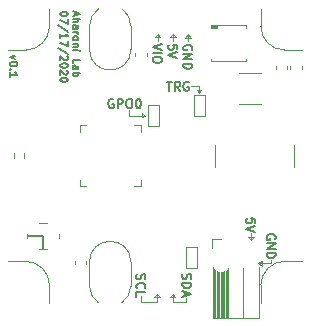
<source format=gbr>
G04 #@! TF.GenerationSoftware,KiCad,Pcbnew,(5.1.5)-3*
G04 #@! TF.CreationDate,2020-07-21T22:53:20-07:00*
G04 #@! TF.ProjectId,MiniCAM,4d696e69-4341-44d2-9e6b-696361645f70,rev?*
G04 #@! TF.SameCoordinates,Original*
G04 #@! TF.FileFunction,Legend,Top*
G04 #@! TF.FilePolarity,Positive*
%FSLAX46Y46*%
G04 Gerber Fmt 4.6, Leading zero omitted, Abs format (unit mm)*
G04 Created by KiCad (PCBNEW (5.1.5)-3) date 2020-07-21 22:53:20*
%MOMM*%
%LPD*%
G04 APERTURE LIST*
%ADD10C,0.120000*%
%ADD11C,0.152400*%
%ADD12C,0.127000*%
%ADD13C,0.100000*%
%ADD14C,0.150000*%
G04 APERTURE END LIST*
D10*
X113207800Y-34861800D02*
X113436400Y-34709400D01*
X113207800Y-34506200D02*
X113207800Y-34861800D01*
X113436400Y-34709400D02*
X113207800Y-34506200D01*
X112090200Y-34709400D02*
X113436400Y-34709400D01*
X112090200Y-34252200D02*
X112090200Y-34709400D01*
D11*
X110763231Y-33337800D02*
X110690660Y-33301514D01*
X110581802Y-33301514D01*
X110472945Y-33337800D01*
X110400374Y-33410371D01*
X110364088Y-33482942D01*
X110327802Y-33628085D01*
X110327802Y-33736942D01*
X110364088Y-33882085D01*
X110400374Y-33954657D01*
X110472945Y-34027228D01*
X110581802Y-34063514D01*
X110654374Y-34063514D01*
X110763231Y-34027228D01*
X110799517Y-33990942D01*
X110799517Y-33736942D01*
X110654374Y-33736942D01*
X111126088Y-34063514D02*
X111126088Y-33301514D01*
X111416374Y-33301514D01*
X111488945Y-33337800D01*
X111525231Y-33374085D01*
X111561517Y-33446657D01*
X111561517Y-33555514D01*
X111525231Y-33628085D01*
X111488945Y-33664371D01*
X111416374Y-33700657D01*
X111126088Y-33700657D01*
X112033231Y-33301514D02*
X112178374Y-33301514D01*
X112250945Y-33337800D01*
X112323517Y-33410371D01*
X112359802Y-33555514D01*
X112359802Y-33809514D01*
X112323517Y-33954657D01*
X112250945Y-34027228D01*
X112178374Y-34063514D01*
X112033231Y-34063514D01*
X111960660Y-34027228D01*
X111888088Y-33954657D01*
X111851802Y-33809514D01*
X111851802Y-33555514D01*
X111888088Y-33410371D01*
X111960660Y-33337800D01*
X112033231Y-33301514D01*
X112831517Y-33301514D02*
X112904088Y-33301514D01*
X112976660Y-33337800D01*
X113012945Y-33374085D01*
X113049231Y-33446657D01*
X113085517Y-33591800D01*
X113085517Y-33773228D01*
X113049231Y-33918371D01*
X113012945Y-33990942D01*
X112976660Y-34027228D01*
X112904088Y-34063514D01*
X112831517Y-34063514D01*
X112758945Y-34027228D01*
X112722660Y-33990942D01*
X112686374Y-33918371D01*
X112650088Y-33773228D01*
X112650088Y-33591800D01*
X112686374Y-33446657D01*
X112722660Y-33374085D01*
X112758945Y-33337800D01*
X112831517Y-33301514D01*
D10*
X113715800Y-33795000D02*
X113715800Y-33820400D01*
X114630200Y-33795000D02*
X113715800Y-33795000D01*
X114630200Y-35573000D02*
X114630200Y-33795000D01*
X113715800Y-33820400D02*
X113715800Y-35573000D01*
X113715800Y-35573000D02*
X114630200Y-35573000D01*
X117856000Y-32550400D02*
X118033800Y-32804400D01*
X118211600Y-32550400D02*
X117856000Y-32550400D01*
X118033800Y-32804400D02*
X118211600Y-32550400D01*
X118033800Y-32194800D02*
X118033800Y-32804400D01*
X117348000Y-32194800D02*
X118033800Y-32194800D01*
D11*
X115284431Y-31853714D02*
X115719860Y-31853714D01*
X115502145Y-32615714D02*
X115502145Y-31853714D01*
X116409288Y-32615714D02*
X116155288Y-32252857D01*
X115973860Y-32615714D02*
X115973860Y-31853714D01*
X116264145Y-31853714D01*
X116336717Y-31890000D01*
X116373002Y-31926285D01*
X116409288Y-31998857D01*
X116409288Y-32107714D01*
X116373002Y-32180285D01*
X116336717Y-32216571D01*
X116264145Y-32252857D01*
X115973860Y-32252857D01*
X117135002Y-31890000D02*
X117062431Y-31853714D01*
X116953574Y-31853714D01*
X116844717Y-31890000D01*
X116772145Y-31962571D01*
X116735860Y-32035142D01*
X116699574Y-32180285D01*
X116699574Y-32289142D01*
X116735860Y-32434285D01*
X116772145Y-32506857D01*
X116844717Y-32579428D01*
X116953574Y-32615714D01*
X117026145Y-32615714D01*
X117135002Y-32579428D01*
X117171288Y-32543142D01*
X117171288Y-32289142D01*
X117026145Y-32289142D01*
D10*
X116941600Y-45834600D02*
X116941600Y-45860000D01*
X117856000Y-45834600D02*
X116941600Y-45834600D01*
X117856000Y-47612600D02*
X117856000Y-45834600D01*
X116941600Y-45860000D02*
X116941600Y-47612600D01*
X116941600Y-47612600D02*
X117856000Y-47612600D01*
X117602000Y-32956800D02*
X117602000Y-32982200D01*
X118516400Y-32956800D02*
X117602000Y-32956800D01*
X118516400Y-34734800D02*
X118516400Y-32956800D01*
X117602000Y-34734800D02*
X118516400Y-34734800D01*
X117602000Y-32982200D02*
X117602000Y-34734800D01*
X124129800Y-47206200D02*
X124129800Y-46952200D01*
X123774200Y-47206200D02*
X124129800Y-47206200D01*
X123317000Y-46977600D02*
X123037600Y-47206200D01*
X123317000Y-47434800D02*
X123317000Y-46977600D01*
X123037600Y-47206200D02*
X123317000Y-47434800D01*
X122199400Y-44996400D02*
X122428000Y-45275800D01*
X122656600Y-44996400D02*
X122199400Y-44996400D01*
X122428000Y-45275800D02*
X122656600Y-44996400D01*
X123037600Y-47206200D02*
X123774200Y-47206200D01*
X122428000Y-44666200D02*
X122428000Y-45275800D01*
D11*
X124460000Y-45168031D02*
X124496285Y-45095460D01*
X124496285Y-44986602D01*
X124460000Y-44877745D01*
X124387428Y-44805174D01*
X124314857Y-44768888D01*
X124169714Y-44732602D01*
X124060857Y-44732602D01*
X123915714Y-44768888D01*
X123843142Y-44805174D01*
X123770571Y-44877745D01*
X123734285Y-44986602D01*
X123734285Y-45059174D01*
X123770571Y-45168031D01*
X123806857Y-45204317D01*
X124060857Y-45204317D01*
X124060857Y-45059174D01*
X123734285Y-45530888D02*
X124496285Y-45530888D01*
X123734285Y-45966317D01*
X124496285Y-45966317D01*
X123734285Y-46329174D02*
X124496285Y-46329174D01*
X124496285Y-46510602D01*
X124460000Y-46619460D01*
X124387428Y-46692031D01*
X124314857Y-46728317D01*
X124169714Y-46764602D01*
X124060857Y-46764602D01*
X123915714Y-46728317D01*
X123843142Y-46692031D01*
X123770571Y-46619460D01*
X123734285Y-46510602D01*
X123734285Y-46329174D01*
D10*
X114731800Y-28080000D02*
X114503200Y-27800600D01*
X114274600Y-28080000D02*
X114731800Y-28080000D01*
X114503200Y-27800600D02*
X114274600Y-28080000D01*
X116027200Y-28080000D02*
X115798600Y-27800600D01*
X115570000Y-28080000D02*
X116027200Y-28080000D01*
X115798600Y-27800600D02*
X115570000Y-28080000D01*
X117297200Y-28105400D02*
X117068600Y-27826000D01*
X116840000Y-28105400D02*
X117297200Y-28105400D01*
X117068600Y-27826000D02*
X116840000Y-28105400D01*
X114503200Y-27800600D02*
X114503200Y-28359400D01*
X115798600Y-27800600D02*
X115798600Y-28359400D01*
X117068600Y-27826000D02*
X117068600Y-28384800D01*
X116001800Y-50101800D02*
X115773200Y-49822400D01*
X115544600Y-50101800D02*
X116001800Y-50101800D01*
X115773200Y-49822400D02*
X115544600Y-50101800D01*
X114681000Y-50101800D02*
X114452400Y-49822400D01*
X114223800Y-50101800D02*
X114681000Y-50101800D01*
X114452400Y-49822400D02*
X114223800Y-50101800D01*
X115773200Y-50152600D02*
X115773200Y-49822400D01*
X114452400Y-50457400D02*
X114452400Y-50279600D01*
X113131600Y-50457400D02*
X114452400Y-50457400D01*
X113131600Y-50279600D02*
X113131600Y-50457400D01*
X115773200Y-50457400D02*
X115773200Y-50152600D01*
X116941600Y-50457400D02*
X115773200Y-50457400D01*
X116941600Y-50127200D02*
X116941600Y-50457400D01*
X114452400Y-50279600D02*
X114452400Y-49822400D01*
X113131600Y-49974800D02*
X113131600Y-50279600D01*
D11*
X112746971Y-48136202D02*
X112710685Y-48245060D01*
X112710685Y-48426488D01*
X112746971Y-48499060D01*
X112783257Y-48535345D01*
X112855828Y-48571631D01*
X112928400Y-48571631D01*
X113000971Y-48535345D01*
X113037257Y-48499060D01*
X113073542Y-48426488D01*
X113109828Y-48281345D01*
X113146114Y-48208774D01*
X113182400Y-48172488D01*
X113254971Y-48136202D01*
X113327542Y-48136202D01*
X113400114Y-48172488D01*
X113436400Y-48208774D01*
X113472685Y-48281345D01*
X113472685Y-48462774D01*
X113436400Y-48571631D01*
X112783257Y-49333631D02*
X112746971Y-49297345D01*
X112710685Y-49188488D01*
X112710685Y-49115917D01*
X112746971Y-49007060D01*
X112819542Y-48934488D01*
X112892114Y-48898202D01*
X113037257Y-48861917D01*
X113146114Y-48861917D01*
X113291257Y-48898202D01*
X113363828Y-48934488D01*
X113436400Y-49007060D01*
X113472685Y-49115917D01*
X113472685Y-49188488D01*
X113436400Y-49297345D01*
X113400114Y-49333631D01*
X112710685Y-50023060D02*
X112710685Y-49660202D01*
X113472685Y-49660202D01*
X116633171Y-48110802D02*
X116596885Y-48219660D01*
X116596885Y-48401088D01*
X116633171Y-48473660D01*
X116669457Y-48509945D01*
X116742028Y-48546231D01*
X116814600Y-48546231D01*
X116887171Y-48509945D01*
X116923457Y-48473660D01*
X116959742Y-48401088D01*
X116996028Y-48255945D01*
X117032314Y-48183374D01*
X117068600Y-48147088D01*
X117141171Y-48110802D01*
X117213742Y-48110802D01*
X117286314Y-48147088D01*
X117322600Y-48183374D01*
X117358885Y-48255945D01*
X117358885Y-48437374D01*
X117322600Y-48546231D01*
X116596885Y-48872802D02*
X117358885Y-48872802D01*
X117358885Y-49054231D01*
X117322600Y-49163088D01*
X117250028Y-49235660D01*
X117177457Y-49271945D01*
X117032314Y-49308231D01*
X116923457Y-49308231D01*
X116778314Y-49271945D01*
X116705742Y-49235660D01*
X116633171Y-49163088D01*
X116596885Y-49054231D01*
X116596885Y-48872802D01*
X116814600Y-49598517D02*
X116814600Y-49961374D01*
X116596885Y-49525945D02*
X117358885Y-49779945D01*
X116596885Y-50033945D01*
D10*
X109497466Y-50567368D02*
G75*
G02X108740001Y-49113001I992534J1441368D01*
G01*
X112239999Y-49113289D02*
G75*
G02X111460737Y-50569079I-1749999J289D01*
G01*
X108740001Y-27112711D02*
G75*
G02X109519263Y-25656921I1749999J-289D01*
G01*
X111482534Y-25658632D02*
G75*
G02X112239999Y-27112999I-992534J-1441368D01*
G01*
D11*
X122794485Y-43785545D02*
X122794485Y-43422688D01*
X122431628Y-43386402D01*
X122467914Y-43422688D01*
X122504200Y-43495260D01*
X122504200Y-43676688D01*
X122467914Y-43749260D01*
X122431628Y-43785545D01*
X122359057Y-43821831D01*
X122177628Y-43821831D01*
X122105057Y-43785545D01*
X122068771Y-43749260D01*
X122032485Y-43676688D01*
X122032485Y-43495260D01*
X122068771Y-43422688D01*
X122105057Y-43386402D01*
X122794485Y-44039545D02*
X122032485Y-44293545D01*
X122794485Y-44547545D01*
D12*
X102421871Y-29624864D02*
X101998538Y-29776054D01*
X102421871Y-29927245D01*
X102633538Y-30290102D02*
X102633538Y-30350578D01*
X102603300Y-30411054D01*
X102573061Y-30441292D01*
X102512585Y-30471530D01*
X102391633Y-30501769D01*
X102240442Y-30501769D01*
X102119490Y-30471530D01*
X102059014Y-30441292D01*
X102028776Y-30411054D01*
X101998538Y-30350578D01*
X101998538Y-30290102D01*
X102028776Y-30229626D01*
X102059014Y-30199388D01*
X102119490Y-30169150D01*
X102240442Y-30138911D01*
X102391633Y-30138911D01*
X102512585Y-30169150D01*
X102573061Y-30199388D01*
X102603300Y-30229626D01*
X102633538Y-30290102D01*
X102059014Y-30773911D02*
X102028776Y-30804150D01*
X101998538Y-30773911D01*
X102028776Y-30743673D01*
X102059014Y-30773911D01*
X101998538Y-30773911D01*
X101998538Y-31408911D02*
X101998538Y-31046054D01*
X101998538Y-31227483D02*
X102633538Y-31227483D01*
X102542823Y-31167007D01*
X102482347Y-31106530D01*
X102452109Y-31046054D01*
X107520316Y-25921302D02*
X107520316Y-26223683D01*
X107338888Y-25860826D02*
X107973888Y-26072492D01*
X107338888Y-26284159D01*
X107338888Y-26495826D02*
X107973888Y-26495826D01*
X107338888Y-26767969D02*
X107671507Y-26767969D01*
X107731983Y-26737730D01*
X107762221Y-26677254D01*
X107762221Y-26586540D01*
X107731983Y-26526064D01*
X107701745Y-26495826D01*
X107338888Y-27342492D02*
X107671507Y-27342492D01*
X107731983Y-27312254D01*
X107762221Y-27251778D01*
X107762221Y-27130826D01*
X107731983Y-27070350D01*
X107369126Y-27342492D02*
X107338888Y-27282016D01*
X107338888Y-27130826D01*
X107369126Y-27070350D01*
X107429602Y-27040111D01*
X107490078Y-27040111D01*
X107550554Y-27070350D01*
X107580792Y-27130826D01*
X107580792Y-27282016D01*
X107611030Y-27342492D01*
X107338888Y-27644873D02*
X107762221Y-27644873D01*
X107641269Y-27644873D02*
X107701745Y-27675111D01*
X107731983Y-27705350D01*
X107762221Y-27765826D01*
X107762221Y-27826302D01*
X107338888Y-28128683D02*
X107369126Y-28068207D01*
X107399364Y-28037969D01*
X107459840Y-28007730D01*
X107641269Y-28007730D01*
X107701745Y-28037969D01*
X107731983Y-28068207D01*
X107762221Y-28128683D01*
X107762221Y-28219397D01*
X107731983Y-28279873D01*
X107701745Y-28310111D01*
X107641269Y-28340350D01*
X107459840Y-28340350D01*
X107399364Y-28310111D01*
X107369126Y-28279873D01*
X107338888Y-28219397D01*
X107338888Y-28128683D01*
X107762221Y-28612492D02*
X107338888Y-28612492D01*
X107701745Y-28612492D02*
X107731983Y-28642730D01*
X107762221Y-28703207D01*
X107762221Y-28793921D01*
X107731983Y-28854397D01*
X107671507Y-28884635D01*
X107338888Y-28884635D01*
X107338888Y-29187016D02*
X107762221Y-29187016D01*
X107973888Y-29187016D02*
X107943650Y-29156778D01*
X107913411Y-29187016D01*
X107943650Y-29217254D01*
X107973888Y-29187016D01*
X107913411Y-29187016D01*
X107338888Y-30275588D02*
X107338888Y-29973207D01*
X107973888Y-29973207D01*
X107338888Y-30759397D02*
X107671507Y-30759397D01*
X107731983Y-30729159D01*
X107762221Y-30668683D01*
X107762221Y-30547730D01*
X107731983Y-30487254D01*
X107369126Y-30759397D02*
X107338888Y-30698921D01*
X107338888Y-30547730D01*
X107369126Y-30487254D01*
X107429602Y-30457016D01*
X107490078Y-30457016D01*
X107550554Y-30487254D01*
X107580792Y-30547730D01*
X107580792Y-30698921D01*
X107611030Y-30759397D01*
X107338888Y-31061778D02*
X107973888Y-31061778D01*
X107731983Y-31061778D02*
X107762221Y-31122254D01*
X107762221Y-31243207D01*
X107731983Y-31303683D01*
X107701745Y-31333921D01*
X107641269Y-31364159D01*
X107459840Y-31364159D01*
X107399364Y-31333921D01*
X107369126Y-31303683D01*
X107338888Y-31243207D01*
X107338888Y-31122254D01*
X107369126Y-31061778D01*
X106894388Y-26072492D02*
X106894388Y-26132969D01*
X106864150Y-26193445D01*
X106833911Y-26223683D01*
X106773435Y-26253921D01*
X106652483Y-26284159D01*
X106501292Y-26284159D01*
X106380340Y-26253921D01*
X106319864Y-26223683D01*
X106289626Y-26193445D01*
X106259388Y-26132969D01*
X106259388Y-26072492D01*
X106289626Y-26012016D01*
X106319864Y-25981778D01*
X106380340Y-25951540D01*
X106501292Y-25921302D01*
X106652483Y-25921302D01*
X106773435Y-25951540D01*
X106833911Y-25981778D01*
X106864150Y-26012016D01*
X106894388Y-26072492D01*
X106894388Y-26495826D02*
X106894388Y-26919159D01*
X106259388Y-26647016D01*
X106924626Y-27614635D02*
X106108197Y-27070350D01*
X106259388Y-28158921D02*
X106259388Y-27796064D01*
X106259388Y-27977492D02*
X106894388Y-27977492D01*
X106803673Y-27917016D01*
X106743197Y-27856540D01*
X106712959Y-27796064D01*
X106894388Y-28370588D02*
X106894388Y-28793921D01*
X106259388Y-28521778D01*
X106924626Y-29489397D02*
X106108197Y-28945111D01*
X106833911Y-29670826D02*
X106864150Y-29701064D01*
X106894388Y-29761540D01*
X106894388Y-29912730D01*
X106864150Y-29973207D01*
X106833911Y-30003445D01*
X106773435Y-30033683D01*
X106712959Y-30033683D01*
X106622245Y-30003445D01*
X106259388Y-29640588D01*
X106259388Y-30033683D01*
X106894388Y-30426778D02*
X106894388Y-30487254D01*
X106864150Y-30547730D01*
X106833911Y-30577969D01*
X106773435Y-30608207D01*
X106652483Y-30638445D01*
X106501292Y-30638445D01*
X106380340Y-30608207D01*
X106319864Y-30577969D01*
X106289626Y-30547730D01*
X106259388Y-30487254D01*
X106259388Y-30426778D01*
X106289626Y-30366302D01*
X106319864Y-30336064D01*
X106380340Y-30305826D01*
X106501292Y-30275588D01*
X106652483Y-30275588D01*
X106773435Y-30305826D01*
X106833911Y-30336064D01*
X106864150Y-30366302D01*
X106894388Y-30426778D01*
X106833911Y-30880350D02*
X106864150Y-30910588D01*
X106894388Y-30971064D01*
X106894388Y-31122254D01*
X106864150Y-31182730D01*
X106833911Y-31212969D01*
X106773435Y-31243207D01*
X106712959Y-31243207D01*
X106622245Y-31212969D01*
X106259388Y-30850111D01*
X106259388Y-31243207D01*
X106894388Y-31636302D02*
X106894388Y-31696778D01*
X106864150Y-31757254D01*
X106833911Y-31787492D01*
X106773435Y-31817730D01*
X106652483Y-31847969D01*
X106501292Y-31847969D01*
X106380340Y-31817730D01*
X106319864Y-31787492D01*
X106289626Y-31757254D01*
X106259388Y-31696778D01*
X106259388Y-31636302D01*
X106289626Y-31575826D01*
X106319864Y-31545588D01*
X106380340Y-31515350D01*
X106501292Y-31485111D01*
X106652483Y-31485111D01*
X106773435Y-31515350D01*
X106833911Y-31545588D01*
X106864150Y-31575826D01*
X106894388Y-31636302D01*
D11*
X117424200Y-29140631D02*
X117460485Y-29068060D01*
X117460485Y-28959202D01*
X117424200Y-28850345D01*
X117351628Y-28777774D01*
X117279057Y-28741488D01*
X117133914Y-28705202D01*
X117025057Y-28705202D01*
X116879914Y-28741488D01*
X116807342Y-28777774D01*
X116734771Y-28850345D01*
X116698485Y-28959202D01*
X116698485Y-29031774D01*
X116734771Y-29140631D01*
X116771057Y-29176917D01*
X117025057Y-29176917D01*
X117025057Y-29031774D01*
X116698485Y-29503488D02*
X117460485Y-29503488D01*
X116698485Y-29938917D01*
X117460485Y-29938917D01*
X116698485Y-30301774D02*
X117460485Y-30301774D01*
X117460485Y-30483202D01*
X117424200Y-30592060D01*
X117351628Y-30664631D01*
X117279057Y-30700917D01*
X117133914Y-30737202D01*
X117025057Y-30737202D01*
X116879914Y-30700917D01*
X116807342Y-30664631D01*
X116734771Y-30592060D01*
X116698485Y-30483202D01*
X116698485Y-30301774D01*
X116165085Y-29104345D02*
X116165085Y-28741488D01*
X115802228Y-28705202D01*
X115838514Y-28741488D01*
X115874800Y-28814060D01*
X115874800Y-28995488D01*
X115838514Y-29068060D01*
X115802228Y-29104345D01*
X115729657Y-29140631D01*
X115548228Y-29140631D01*
X115475657Y-29104345D01*
X115439371Y-29068060D01*
X115403085Y-28995488D01*
X115403085Y-28814060D01*
X115439371Y-28741488D01*
X115475657Y-28705202D01*
X116165085Y-29358345D02*
X115403085Y-29612345D01*
X116165085Y-29866345D01*
X114869685Y-28632631D02*
X114107685Y-28886631D01*
X114869685Y-29140631D01*
X114107685Y-29394631D02*
X114869685Y-29394631D01*
X114869685Y-29902631D02*
X114869685Y-30047774D01*
X114833400Y-30120345D01*
X114760828Y-30192917D01*
X114615685Y-30229202D01*
X114361685Y-30229202D01*
X114216542Y-30192917D01*
X114143971Y-30120345D01*
X114107685Y-30047774D01*
X114107685Y-29902631D01*
X114143971Y-29830060D01*
X114216542Y-29757488D01*
X114361685Y-29721202D01*
X114615685Y-29721202D01*
X114760828Y-29757488D01*
X114833400Y-29830060D01*
X114869685Y-29902631D01*
D10*
X105350000Y-27150000D02*
X105350000Y-25650000D01*
X103350000Y-29150000D02*
X101850000Y-29150000D01*
X125250000Y-29150000D02*
X126750000Y-29150000D01*
X123250000Y-27150000D02*
X123250000Y-25650000D01*
X123250000Y-49050000D02*
X123250000Y-50550000D01*
X125250000Y-47050000D02*
X126750000Y-47050000D01*
X103350000Y-47050000D02*
X101850000Y-47050000D01*
X105350000Y-49050000D02*
X105350000Y-50550000D01*
X105350000Y-27150000D02*
G75*
G02X103350000Y-29150000I-2000000J0D01*
G01*
X125250000Y-29150000D02*
G75*
G02X123250000Y-27150000I0J2000000D01*
G01*
X123250000Y-49050000D02*
G75*
G02X125250000Y-47050000I2000000J0D01*
G01*
X103350000Y-47050000D02*
G75*
G02X105350000Y-49050000I0J-2000000D01*
G01*
X112240000Y-47100000D02*
X112240000Y-49100000D01*
X108740000Y-47100000D02*
X108740000Y-49100000D01*
X108740000Y-47100000D02*
G75*
G02X112240000Y-47100000I1750000J0D01*
G01*
X112240000Y-27100000D02*
X112240000Y-29100000D01*
X108740000Y-27100000D02*
X108740000Y-29100000D01*
X112240000Y-29100000D02*
G75*
G02X108740000Y-29100000I-1750000J0D01*
G01*
D13*
X107520800Y-47006000D02*
X107520800Y-47256000D01*
X108480800Y-47006000D02*
X108480800Y-47256000D01*
X113586200Y-29652800D02*
X113586200Y-29402800D01*
X112626200Y-29652800D02*
X112626200Y-29402800D01*
X125473400Y-30795800D02*
X125473400Y-30545800D01*
X124513400Y-30795800D02*
X124513400Y-30545800D01*
D10*
X119102600Y-45923200D02*
X119102600Y-45163200D01*
X119102600Y-45163200D02*
X119862600Y-45163200D01*
X119167600Y-51803200D02*
X123097600Y-51803200D01*
X123097600Y-51803200D02*
X123097600Y-47500730D01*
X119167600Y-51803200D02*
X119167600Y-47500730D01*
X121767600Y-51803200D02*
X121767600Y-47610782D01*
X120497600Y-51803200D02*
X120497600Y-47610782D01*
X120387600Y-51803200D02*
X120387600Y-47742723D01*
X120277600Y-51803200D02*
X120277600Y-47829891D01*
X120167600Y-51803200D02*
X120167600Y-47889314D01*
X120057600Y-51803200D02*
X120057600Y-47927758D01*
X119947600Y-51803200D02*
X119947600Y-47948432D01*
X119837600Y-51803200D02*
X119837600Y-47952789D01*
X119727600Y-51803200D02*
X119727600Y-47941114D01*
X119617600Y-51803200D02*
X119617600Y-47912627D01*
X119507600Y-51803200D02*
X119507600Y-47865193D01*
X119397600Y-51803200D02*
X119397600Y-47794345D01*
X119287600Y-51803200D02*
X119287600Y-47690166D01*
D13*
X102318400Y-37905000D02*
X102318400Y-38295000D01*
X103218400Y-37905000D02*
X103218400Y-38295000D01*
D14*
X104800400Y-44881800D02*
X104800400Y-45931800D01*
X103525400Y-44881800D02*
X104800400Y-44881800D01*
D13*
X105155400Y-43801800D02*
X104445400Y-43801800D01*
X104445400Y-45961800D02*
X105155400Y-45961800D01*
X106130400Y-45036800D02*
X106130400Y-44726800D01*
X103470400Y-45036800D02*
X103470400Y-44726800D01*
X107910000Y-35533000D02*
X107910000Y-36083000D01*
X108460000Y-35533000D02*
X107910000Y-35533000D01*
X113070000Y-35533000D02*
X113070000Y-36083000D01*
X112520000Y-35533000D02*
X113070000Y-35533000D01*
X113070000Y-40693000D02*
X113070000Y-40143000D01*
X112520000Y-40693000D02*
X113070000Y-40693000D01*
X107910000Y-40693000D02*
X107910000Y-40143000D01*
X108460000Y-40693000D02*
X107910000Y-40693000D01*
G36*
X119023000Y-27275000D02*
G01*
X119023000Y-27075000D01*
X119523000Y-27075000D01*
X119523000Y-27275000D01*
X119023000Y-27275000D01*
G37*
X119023000Y-27275000D02*
X119023000Y-27075000D01*
X119523000Y-27075000D01*
X119523000Y-27275000D01*
X119023000Y-27275000D01*
D10*
X122023000Y-27075000D02*
X122023000Y-27265000D01*
X119023000Y-27075000D02*
X122023000Y-27075000D01*
X119023000Y-27265000D02*
X119023000Y-27075000D01*
X122023000Y-30075000D02*
X122023000Y-29885000D01*
X119023000Y-30075000D02*
X122023000Y-30075000D01*
X119023000Y-29885000D02*
X119023000Y-30075000D01*
D13*
X121411800Y-33760400D02*
X123291800Y-33760400D01*
X121411800Y-31060400D02*
X123291800Y-31060400D01*
D10*
X119352400Y-39040000D02*
X119352400Y-37160000D01*
X126062400Y-39040000D02*
X126062400Y-37160000D01*
D13*
X126692600Y-30795800D02*
X126692600Y-30545800D01*
X125732600Y-30795800D02*
X125732600Y-30545800D01*
M02*

</source>
